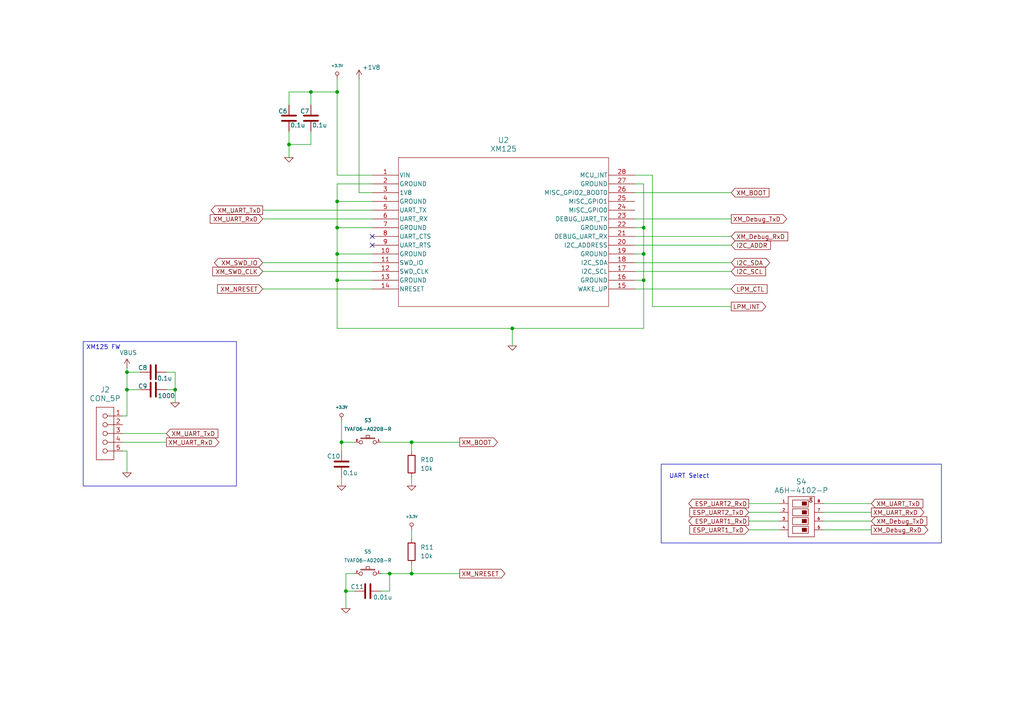
<source format=kicad_sch>
(kicad_sch (version 20250114) (generator "eeschema") (generator_version "9.0")
  (paper "A4")
  (title_block (title "XM125 Radr for MINTIA DC-H038Z") (date "2025-05-20") (rev "0") (company "ハートランド・データ株式会社"))
  (lib_symbols
    (symbol "Device:R" (pin_numbers (hide yes)) (pin_names (offset 0))
      (property "Reference" "R" (at 2.032 0 90))
      (property "Value" "R" (at 0 0 90))
      (symbol "R_0_1"
        (rectangle (start -1.016 -2.54) (end 1.016 2.54) (stroke (width 0.254)))
      )
      (symbol "R_1_1"
        (pin passive line (at 0 3.81 270) (length 1.27) (name "~") (number "1"))
        (pin passive line (at 0 -3.81 90) (length 1.27) (name "~") (number "2"))
      )
    )
    (symbol "HLDC_E1:+3.3V" (power) (pin_names (offset 0))
      (property "Value" "+3.3V" (at 0 2.794 0))
      (symbol "+3.3V_0_0"
        (pin power_in line (at 0 0 90) (length 0) (hide yes) (name "+3.3V") (number "1"))
      )
      (symbol "+3.3V_0_1"
        (circle (center 0 1.524) (radius 0.508))
        (polyline (pts (xy 0 0) (xy 0 1.016) (xy 0 1.016)))
      )
    )
    (symbol "HLDC_E1:C" (pin_numbers (hide yes)) (pin_names (offset 0.254))
      (property "Reference" "C" (at 0 2.54 0))
      (property "Value" "C" (at 0.1524 -2.159 0))
      (symbol "C_0_1"
        (polyline (pts (xy -2.032 0.762) (xy 2.032 0.762)) (stroke (width 0.508)))
        (polyline (pts (xy -2.032 -0.762) (xy 2.032 -0.762)) (stroke (width 0.508)))
      )
      (symbol "C_1_1"
        (pin passive line (at 0 3.81 270) (length 3.048) (name "~") (number "1"))
        (pin passive line (at 0 -3.81 90) (length 3.048) (name "~") (number "2"))
      )
    )
    (symbol "HLDC_E1:CON_5P" (pin_names (offset 1.016))
      (property "Reference" "J" (at 0 8.89 0))
      (property "Value" "CON_5P" (at 0 -8.89 0))
      (symbol "CON_5P_0_1"
        (rectangle (start -2.54 7.62) (end 2.54 -7.62))
        (circle (center 0 5.08) (radius 0.635))
        (circle (center 0 2.54) (radius 0.635))
        (circle (center 0 0) (radius 0.635))
        (circle (center 0 -2.54) (radius 0.635))
        (circle (center 0 -5.08) (radius 0.635))
        (polyline (pts (xy 2.54 5.08) (xy 0.635 5.08)))
        (polyline (pts (xy 2.54 2.54) (xy 0.635 2.54)))
        (polyline (pts (xy 2.54 0) (xy 0.635 0)))
        (polyline (pts (xy 2.54 -2.54) (xy 0.635 -2.54)))
        (polyline (pts (xy 2.54 -5.08) (xy 0.635 -5.08)))
      )
      (symbol "CON_5P_1_1"
        (pin bidirectional line (at 5.08 5.08 180) (length 2.54) (name "~") (number "1"))
        (pin bidirectional line (at 5.08 2.54 180) (length 2.54) (name "~") (number "2"))
        (pin bidirectional line (at 5.08 0 180) (length 2.54) (name "~") (number "3"))
        (pin bidirectional line (at 5.08 -2.54 180) (length 2.54) (name "~") (number "4"))
        (pin bidirectional line (at 5.08 -5.08 180) (length 2.54) (name "~") (number "5"))
      )
    )
    (symbol "HLDC_E1:DIP_4P" (pin_names (offset 1.016))
      (property "Reference" "S" (at -4.318 0 90))
      (property "Value" "DIP_4P" (at 9.652 0 90))
      (symbol "DIP_4P_0_1"
        (rectangle (start -3.302 3.81) (end 8.382 -3.81))
        (rectangle (start -2.286 2.032) (end -0.254 -2.54))
        (rectangle (start -1.778 1.524) (end -0.762 0.254) (fill (type outline)))
        (rectangle (start 0.254 2.032) (end 2.286 -2.54))
        (rectangle (start 0.762 1.524) (end 1.778 0.254) (fill (type outline)))
        (rectangle (start 2.794 2.032) (end 4.826 -2.54))
        (rectangle (start 3.302 1.524) (end 4.318 0.254) (fill (type outline)))
        (rectangle (start 5.334 2.032) (end 7.366 -2.54))
        (rectangle (start 5.842 1.524) (end 6.858 0.254) (fill (type outline)))
      )
      (symbol "DIP_4P_1_1"
        (text "ON" (at -2.286 2.794 0) (effects (font (size 0.762 0.762))))
        (pin passive line (at -1.27 6.35 270) (length 2.54) (name "~") (number "8"))
        (pin passive line (at -1.27 -6.35 90) (length 2.54) (name "~") (number "1"))
        (pin passive line (at 1.27 6.35 270) (length 2.54) (name "~") (number "7"))
        (pin passive line (at 1.27 -6.35 90) (length 2.54) (name "~") (number "2"))
        (pin passive line (at 3.81 6.35 270) (length 2.54) (name "~") (number "6"))
        (pin passive line (at 3.81 -6.35 90) (length 2.54) (name "~") (number "3"))
        (pin passive line (at 6.35 6.35 270) (length 2.54) (name "~") (number "5"))
        (pin passive line (at 6.35 -6.35 90) (length 2.54) (name "~") (number "4"))
      )
    )
    (symbol "HLDC_E1:GND" (power) (pin_names (offset 0))
      (symbol "GND_0_1"
        (polyline (pts (xy -1.27 0) (xy 0 -1.27) (xy 1.27 0) (xy -1.27 0)))
      )
      (symbol "GND_1_1"
        (pin power_in line (at 0 0 90) (length 0) (hide yes) (name "GND") (number "1"))
      )
    )
    (symbol "HLDC_E1:SW_2P" (pin_names (offset 1.016))
      (property "Reference" "S" (at 0 2.794 0))
      (property "Value" "SW_2P" (at 0 -1.905 0))
      (symbol "SW_2P_0_1"
        (circle (center -2.032 0) (radius 0.508))
        (rectangle (start -0.508 1.27) (end 0.508 2.032))
        (rectangle (start 2.032 1.016) (end -2.032 1.27))
        (circle (center 2.032 0) (radius 0.508))
      )
      (symbol "SW_2P_1_1"
        (pin bidirectional line (at -3.81 0 0) (length 1.27) (name "~") (number "1"))
        (pin bidirectional line (at 3.81 0 180) (length 1.27) (name "~") (number "2"))
      )
    )
    (symbol "HLDC_E1:XM125" (pin_names (offset 0.254))
      (property "Reference" "U" (at 38.1 10.16 0))
      (property "Value" "XM125" (at 38.1 7.62 0))
      (symbol "XM125_0_1"
        (polyline (pts (xy 7.62 5.08) (xy 7.62 -38.1)) (stroke (width 0.127)))
        (polyline (pts (xy 7.62 -38.1) (xy 68.58 -38.1)) (stroke (width 0.127)))
        (polyline (pts (xy 68.58 5.08) (xy 7.62 5.08)) (stroke (width 0.127)))
        (polyline (pts (xy 68.58 -38.1) (xy 68.58 5.08)) (stroke (width 0.127)))
        (pin power_in line (at 0 0 0) (length 7.62) (name "VIN") (number "1"))
        (pin power_out line (at 0 -2.54 0) (length 7.62) (name "GROUND") (number "2"))
        (pin power_in line (at 0 -5.08 0) (length 7.62) (name "1V8") (number "3"))
        (pin power_out line (at 0 -7.62 0) (length 7.62) (name "GROUND") (number "4"))
        (pin unspecified line (at 0 -10.16 0) (length 7.62) (name "UART_TX") (number "5"))
        (pin unspecified line (at 0 -12.7 0) (length 7.62) (name "UART_RX") (number "6"))
        (pin power_out line (at 0 -15.24 0) (length 7.62) (name "GROUND") (number "7"))
        (pin unspecified line (at 0 -17.78 0) (length 7.62) (name "UART_CTS") (number "8"))
        (pin unspecified line (at 0 -20.32 0) (length 7.62) (name "UART_RTS") (number "9"))
        (pin power_out line (at 0 -22.86 0) (length 7.62) (name "GROUND") (number "10"))
        (pin unspecified line (at 0 -25.4 0) (length 7.62) (name "SWD_IO") (number "11"))
        (pin unspecified line (at 0 -27.94 0) (length 7.62) (name "SWD_CLK") (number "12"))
        (pin power_out line (at 0 -30.48 0) (length 7.62) (name "GROUND") (number "13"))
        (pin unspecified line (at 0 -33.02 0) (length 7.62) (name "NRESET") (number "14"))
        (pin unspecified line (at 76.2 0 180) (length 7.62) (name "MCU_INT") (number "28"))
        (pin power_out line (at 76.2 -2.54 180) (length 7.62) (name "GROUND") (number "27"))
        (pin bidirectional line (at 76.2 -5.08 180) (length 7.62) (name "MISC_GPIO2_BOOT0") (number "26"))
        (pin bidirectional line (at 76.2 -7.62 180) (length 7.62) (name "MISC_GPIO1") (number "25"))
        (pin bidirectional line (at 76.2 -10.16 180) (length 7.62) (name "MISC_GPIO0") (number "24"))
        (pin unspecified line (at 76.2 -12.7 180) (length 7.62) (name "DEBUG_UART_TX") (number "23"))
        (pin power_out line (at 76.2 -15.24 180) (length 7.62) (name "GROUND") (number "22"))
        (pin unspecified line (at 76.2 -17.78 180) (length 7.62) (name "DEBUG_UART_RX") (number "21"))
        (pin unspecified line (at 76.2 -20.32 180) (length 7.62) (name "I2C_ADDRESS") (number "20"))
        (pin power_out line (at 76.2 -22.86 180) (length 7.62) (name "GROUND") (number "19"))
        (pin unspecified line (at 76.2 -25.4 180) (length 7.62) (name "I2C_SDA") (number "18"))
        (pin unspecified line (at 76.2 -27.94 180) (length 7.62) (name "I2C_SCL") (number "17"))
        (pin power_out line (at 76.2 -30.48 180) (length 7.62) (name "GROUND") (number "16"))
        (pin unspecified line (at 76.2 -33.02 180) (length 7.62) (name "WAKE_UP") (number "15"))
      )
    )
    (symbol "power:+1V8" (power) (pin_numbers (hide yes)) (pin_names (offset 0) (hide yes))
      (property "Value" "+1V8" (at 0 3.556 0))
      (symbol "+1V8_0_1"
        (polyline (pts (xy -0.762 1.27) (xy 0 2.54)))
        (polyline (pts (xy 0 2.54) (xy 0.762 1.27)))
        (polyline (pts (xy 0 0) (xy 0 2.54)))
      )
      (symbol "+1V8_1_1"
        (pin power_in line (at 0 0 90) (length 0) (name "~") (number "1"))
      )
    )
    (symbol "power:VCC" (power) (pin_numbers (hide yes)) (pin_names (offset 0) (hide yes))
      (property "Value" "VCC" (at 0 3.556 0))
      (symbol "VCC_0_1"
        (polyline (pts (xy -0.762 1.27) (xy 0 2.54)))
        (polyline (pts (xy 0 2.54) (xy 0.762 1.27)))
        (polyline (pts (xy 0 0) (xy 0 2.54)))
      )
      (symbol "VCC_1_1"
        (pin power_in line (at 0 0 90) (length 0) (name "~") (number "1"))
      )
    )
  )
  (rectangle (start 191.77 134.62) (end 273.05 157.48))
  (rectangle (start 24.13 99.06) (end 68.58 140.97))
  (text "UART Select" (at 199.898 138.176 0) (effects (font (size 1.27 1.27))))
  (text "XM125 FW" (at 29.972 100.838 0) (effects (font (size 1.27 1.27))))
  (junction (at 90.17 26.67))
  (junction (at 36.83 107.95))
  (junction (at 186.69 73.66))
  (junction (at 113.03 166.37))
  (junction (at 119.38 128.27))
  (junction (at 97.79 26.67))
  (junction (at 148.59 95.25))
  (junction (at 97.79 81.28))
  (junction (at 50.8 113.03))
  (junction (at 100.33 171.45))
  (junction (at 36.83 113.03))
  (junction (at 83.82 41.91))
  (junction (at 186.69 81.28))
  (junction (at 119.38 166.37))
  (junction (at 97.79 73.66))
  (junction (at 99.06 128.27))
  (junction (at 97.79 66.04))
  (junction (at 186.69 66.04))
  (junction (at 97.79 58.42))
  (no_connect (at 107.95 71.12))
  (no_connect (at 107.95 68.58))
  (wire (pts (xy 119.38 153.67) (xy 119.38 156.21)))
  (wire (pts (xy 184.15 83.82) (xy 212.09 83.82)))
  (wire (pts (xy 99.06 128.27) (xy 102.87 128.27)))
  (wire (pts (xy 97.79 73.66) (xy 97.79 81.28)))
  (wire (pts (xy 36.83 106.68) (xy 36.83 107.95)))
  (wire (pts (xy 97.79 73.66) (xy 107.95 73.66)))
  (wire (pts (xy 100.33 166.37) (xy 102.87 166.37)))
  (wire (pts (xy 184.15 73.66) (xy 186.69 73.66)))
  (wire (pts (xy 99.06 128.27) (xy 99.06 130.81)))
  (wire (pts (xy 100.33 171.45) (xy 100.33 166.37)))
  (wire (pts (xy 99.06 138.43) (xy 99.06 140.97)))
  (wire (pts (xy 35.56 128.27) (xy 48.26 128.27)))
  (wire (pts (xy 76.2 78.74) (xy 107.95 78.74)))
  (wire (pts (xy 83.82 26.67) (xy 90.17 26.67)))
  (wire (pts (xy 83.82 26.67) (xy 83.82 30.48)))
  (wire (pts (xy 97.79 58.42) (xy 107.95 58.42)))
  (wire (pts (xy 50.8 116.84) (xy 50.8 113.03)))
  (wire (pts (xy 184.15 66.04) (xy 186.69 66.04)))
  (wire (pts (xy 76.2 63.5) (xy 107.95 63.5)))
  (wire (pts (xy 90.17 38.1) (xy 90.17 41.91)))
  (wire (pts (xy 189.23 50.8) (xy 189.23 88.9)))
  (wire (pts (xy 186.69 73.66) (xy 186.69 81.28)))
  (wire (pts (xy 76.2 76.2) (xy 107.95 76.2)))
  (wire (pts (xy 36.83 130.81) (xy 36.83 137.16)))
  (wire (pts (xy 50.8 107.95) (xy 48.26 107.95)))
  (wire (pts (xy 100.33 176.53) (xy 100.33 171.45)))
  (wire (pts (xy 184.15 68.58) (xy 212.09 68.58)))
  (wire (pts (xy 97.79 53.34) (xy 97.79 58.42)))
  (wire (pts (xy 238.76 151.13) (xy 252.73 151.13)))
  (wire (pts (xy 104.14 55.88) (xy 107.95 55.88)))
  (wire (pts (xy 97.79 81.28) (xy 107.95 81.28)))
  (wire (pts (xy 110.49 166.37) (xy 113.03 166.37)))
  (wire (pts (xy 184.15 78.74) (xy 212.09 78.74)))
  (wire (pts (xy 97.79 58.42) (xy 97.79 66.04)))
  (wire (pts (xy 90.17 26.67) (xy 97.79 26.67)))
  (wire (pts (xy 238.76 148.59) (xy 252.73 148.59)))
  (wire (pts (xy 184.15 50.8) (xy 189.23 50.8)))
  (wire (pts (xy 184.15 71.12) (xy 212.09 71.12)))
  (wire (pts (xy 184.15 63.5) (xy 212.09 63.5)))
  (wire (pts (xy 119.38 128.27) (xy 133.35 128.27)))
  (wire (pts (xy 217.17 146.05) (xy 226.06 146.05)))
  (wire (pts (xy 50.8 113.03) (xy 50.8 107.95)))
  (wire (pts (xy 35.56 130.81) (xy 36.83 130.81)))
  (wire (pts (xy 97.79 66.04) (xy 107.95 66.04)))
  (wire (pts (xy 100.33 171.45) (xy 102.87 171.45)))
  (wire (pts (xy 189.23 88.9) (xy 212.09 88.9)))
  (wire (pts (xy 97.79 26.67) (xy 97.79 50.8)))
  (wire (pts (xy 184.15 53.34) (xy 186.69 53.34)))
  (wire (pts (xy 113.03 171.45) (xy 113.03 166.37)))
  (wire (pts (xy 76.2 83.82) (xy 107.95 83.82)))
  (wire (pts (xy 186.69 66.04) (xy 186.69 73.66)))
  (wire (pts (xy 36.83 120.65) (xy 35.56 120.65)))
  (wire (pts (xy 35.56 125.73) (xy 48.26 125.73)))
  (wire (pts (xy 110.49 128.27) (xy 119.38 128.27)))
  (wire (pts (xy 83.82 38.1) (xy 83.82 41.91)))
  (wire (pts (xy 36.83 113.03) (xy 40.64 113.03)))
  (wire (pts (xy 48.26 113.03) (xy 50.8 113.03)))
  (wire (pts (xy 238.76 153.67) (xy 252.73 153.67)))
  (wire (pts (xy 76.2 60.96) (xy 107.95 60.96)))
  (wire (pts (xy 97.79 66.04) (xy 97.79 73.66)))
  (wire (pts (xy 113.03 166.37) (xy 119.38 166.37)))
  (wire (pts (xy 186.69 95.25) (xy 148.59 95.25)))
  (wire (pts (xy 186.69 81.28) (xy 186.69 95.25)))
  (wire (pts (xy 99.06 121.92) (xy 99.06 128.27)))
  (wire (pts (xy 217.17 151.13) (xy 226.06 151.13)))
  (wire (pts (xy 184.15 76.2) (xy 212.09 76.2)))
  (wire (pts (xy 36.83 113.03) (xy 36.83 120.65)))
  (wire (pts (xy 107.95 50.8) (xy 97.79 50.8)))
  (wire (pts (xy 83.82 41.91) (xy 83.82 45.72)))
  (wire (pts (xy 186.69 53.34) (xy 186.69 66.04)))
  (wire (pts (xy 119.38 128.27) (xy 119.38 130.81)))
  (wire (pts (xy 119.38 163.83) (xy 119.38 166.37)))
  (wire (pts (xy 217.17 153.67) (xy 226.06 153.67)))
  (wire (pts (xy 97.79 95.25) (xy 148.59 95.25)))
  (wire (pts (xy 90.17 41.91) (xy 83.82 41.91)))
  (wire (pts (xy 184.15 81.28) (xy 186.69 81.28)))
  (wire (pts (xy 119.38 166.37) (xy 133.35 166.37)))
  (wire (pts (xy 104.14 22.86) (xy 104.14 55.88)))
  (wire (pts (xy 119.38 138.43) (xy 119.38 140.97)))
  (wire (pts (xy 90.17 26.67) (xy 90.17 30.48)))
  (wire (pts (xy 184.15 55.88) (xy 212.09 55.88)))
  (wire (pts (xy 107.95 53.34) (xy 97.79 53.34)))
  (wire (pts (xy 36.83 107.95) (xy 40.64 107.95)))
  (wire (pts (xy 217.17 148.59) (xy 226.06 148.59)))
  (wire (pts (xy 97.79 22.86) (xy 97.79 26.67)))
  (wire (pts (xy 110.49 171.45) (xy 113.03 171.45)))
  (wire (pts (xy 148.59 95.25) (xy 148.59 100.33)))
  (wire (pts (xy 238.76 146.05) (xy 252.73 146.05)))
  (wire (pts (xy 36.83 107.95) (xy 36.83 113.03)))
  (wire (pts (xy 97.79 81.28) (xy 97.79 95.25)))
  (global_label "XM_SWD_CLK" (shape input) (at 76.2 78.74 180) (property "Intersheetrefs" "${INTERSHEET_REFS}" (effects (hide yes))))
  (global_label "XM_UART_TxD" (shape output) (at 76.2 60.96 180) (property "Intersheetrefs" "${INTERSHEET_REFS}" (effects (hide yes))))
  (global_label "I2C_SCL" (shape input) (at 212.09 78.74 0) (property "Intersheetrefs" "${INTERSHEET_REFS}" (effects (hide yes))))
  (global_label "XM_SWD_IO" (shape bidirectional) (at 76.2 76.2 180) (property "Intersheetrefs" "${INTERSHEET_REFS}" (effects (hide yes))))
  (global_label "XM_Debug_RxD" (shape output) (at 252.73 153.67 0) (property "Intersheetrefs" "${INTERSHEET_REFS}" (effects (hide yes))))
  (global_label "ESP_UART1_TxD" (shape input) (at 217.17 153.67 180) (property "Intersheetrefs" "${INTERSHEET_REFS}" (effects (hide yes))))
  (global_label "XM_NRESET" (shape output) (at 133.35 166.37 0) (property "Intersheetrefs" "${INTERSHEET_REFS}" (effects (hide yes))))
  (global_label "XM_UART_TxD" (shape input) (at 48.26 125.73 0) (property "Intersheetrefs" "${INTERSHEET_REFS}" (effects (hide yes))))
  (global_label "ESP_UART1_RxD" (shape output) (at 217.17 151.13 180) (property "Intersheetrefs" "${INTERSHEET_REFS}" (effects (hide yes))))
  (global_label "XM_BOOT" (shape output) (at 133.35 128.27 0) (property "Intersheetrefs" "${INTERSHEET_REFS}" (effects (hide yes))))
  (global_label "LPM_INT" (shape output) (at 212.09 88.9 0) (property "Intersheetrefs" "${INTERSHEET_REFS}" (effects (hide yes))))
  (global_label "XM_UART_RxD" (shape input) (at 76.2 63.5 180) (property "Intersheetrefs" "${INTERSHEET_REFS}" (effects (hide yes))))
  (global_label "XM_UART_TxD" (shape input) (at 252.73 146.05 0) (property "Intersheetrefs" "${INTERSHEET_REFS}" (effects (hide yes))))
  (global_label "I2C_ADDR" (shape input) (at 212.09 71.12 0) (property "Intersheetrefs" "${INTERSHEET_REFS}" (effects (hide yes))))
  (global_label "I2C_SDA" (shape bidirectional) (at 212.09 76.2 0) (property "Intersheetrefs" "${INTERSHEET_REFS}" (effects (hide yes))))
  (global_label "XM_BOOT" (shape input) (at 212.09 55.88 0) (property "Intersheetrefs" "${INTERSHEET_REFS}" (effects (hide yes))))
  (global_label "XM_UART_RxD" (shape output) (at 252.73 148.59 0) (property "Intersheetrefs" "${INTERSHEET_REFS}" (effects (hide yes))))
  (global_label "XM_NRESET" (shape input) (at 76.2 83.82 180) (property "Intersheetrefs" "${INTERSHEET_REFS}" (effects (hide yes))))
  (global_label "LPM_CTL" (shape input) (at 212.09 83.82 0) (property "Intersheetrefs" "${INTERSHEET_REFS}" (effects (hide yes))))
  (global_label "XM_Debug_TxD" (shape output) (at 212.09 63.5 0) (property "Intersheetrefs" "${INTERSHEET_REFS}" (effects (hide yes))))
  (global_label "XM_Debug_RxD" (shape input) (at 212.09 68.58 0) (property "Intersheetrefs" "${INTERSHEET_REFS}" (effects (hide yes))))
  (global_label "XM_Debug_TxD" (shape input) (at 252.73 151.13 0) (property "Intersheetrefs" "${INTERSHEET_REFS}" (effects (hide yes))))
  (global_label "ESP_UART2_RxD" (shape output) (at 217.17 146.05 180) (property "Intersheetrefs" "${INTERSHEET_REFS}" (effects (hide yes))))
  (global_label "XM_UART_RxD" (shape output) (at 48.26 128.27 0) (property "Intersheetrefs" "${INTERSHEET_REFS}" (effects (hide yes))))
  (global_label "ESP_UART2_TxD" (shape input) (at 217.17 148.59 180) (property "Intersheetrefs" "${INTERSHEET_REFS}" (effects (hide yes))))
  (symbol (lib_id "HLDC_E1:+3.3V") (at 119.38 153.67 0) (unit 1)
    (property "Reference" "#PWR023" (effects (hide yes)))
    (property "Value" "+3.3V" (at 119.38 149.86 0) (effects (font (size 0.762 0.762))))
  )
  (symbol (lib_id "power:VCC") (at 36.83 106.68 0) (unit 1)
    (property "Reference" "#PWR017" (effects (hide yes)))
    (property "Value" "VBUS" (at 37.211 102.2858 0))
  )
  (symbol (lib_id "HLDC_E1:C") (at 99.06 134.62 0) (unit 1)
    (property "Reference" "C10" (at 96.774 132.334 0))
    (property "Value" "0.1u" (at 101.6 137.16 0))
    (property "Footprint" "HLDC_E1:C_0603_1608Metric" (effects (hide yes)))
    (property "Description" "Unpolarized capacitor" (effects (hide yes)))
    (property "CLASSIFICATION" "CA" (effects (hide yes)))
    (property "DESCRIPTION" "CAPACITOR" (effects (hide yes)))
    (property "MAKER" "Murata" (effects (hide yes)))
    (property "PARTNUMBER" "GRM188R72A104MA35" (effects (hide yes)))
    (property "REMARKS" "50VDC" (effects (hide yes)))
  )
  (symbol (lib_id "HLDC_E1:GND") (at 83.82 45.72 0) (unit 1)
    (property "Reference" "#PWR015" (effects (hide yes)))
    (property "Value" "GND" (effects (hide yes)))
  )
  (symbol (lib_id "HLDC_E1:C") (at 44.45 107.95 270) (unit 1)
    (property "Reference" "C8" (at 41.402 106.68 90))
    (property "Value" "0.1u" (at 47.752 109.728 90))
    (property "Footprint" "HLDC_E1:C_0603_1608Metric" (effects (hide yes)))
    (property "Description" "Unpolarized capacitor" (effects (hide yes)))
    (property "CLASSIFICATION" "CA" (effects (hide yes)))
    (property "DESCRIPTION" "CAPACITOR" (effects (hide yes)))
    (property "MAKER" "Murata" (effects (hide yes)))
    (property "PARTNUMBER" "GRM188R72A104MA35" (effects (hide yes)))
    (property "REMARKS" "50VDC" (effects (hide yes)))
  )
  (symbol (lib_id "HLDC_E1:GND") (at 100.33 176.53 0) (unit 1)
    (property "Reference" "#PWR024" (effects (hide yes)))
    (property "Value" "GND" (effects (hide yes)))
  )
  (symbol (lib_id "Device:R") (at 119.38 160.02 0) (unit 1)
    (property "Reference" "R11" (at 121.92 158.7499 0) (effects (justify left)))
    (property "Value" "10k" (at 121.92 161.2899 0) (effects (justify left)))
    (property "Footprint" "HLDC_E1:R_0603_1608Metric" (effects (hide yes)))
    (property "Description" "Resistor" (effects (hide yes)))
    (property "CLASSIFICATION" "CA" (effects (hide yes)))
    (property "DESCRIPTION" "RESISTER" (effects (hide yes)))
    (property "MAKER" "Panasonic" (effects (hide yes)))
    (property "PARTNUMBER" "ERJ3GEYJ103V" (effects (hide yes)))
  )
  (symbol (lib_id "HLDC_E1:+3.3V") (at 97.79 22.86 0) (unit 1)
    (property "Reference" "#PWR013" (effects (hide yes)))
    (property "Value" "+3.3V" (at 97.79 19.05 0) (effects (font (size 0.762 0.762))))
  )
  (symbol (lib_id "HLDC_E1:C") (at 83.82 34.29 0) (unit 1)
    (property "Reference" "C6" (at 82.042 32.258 0))
    (property "Value" "0.1u" (at 86.36 36.322 0))
    (property "Footprint" "HLDC_E1:C_0603_1608Metric" (effects (hide yes)))
    (property "Description" "Unpolarized capacitor" (effects (hide yes)))
    (property "CLASSIFICATION" "CA" (effects (hide yes)))
    (property "DESCRIPTION" "CAPACITOR" (effects (hide yes)))
    (property "MAKER" "Murata" (effects (hide yes)))
    (property "PARTNUMBER" "GRM188R72A104MA35" (effects (hide yes)))
    (property "REMARKS" "50VDC" (effects (hide yes)))
  )
  (symbol (lib_id "HLDC_E1:DIP_4P") (at 232.41 147.32 270) (unit 1)
    (property "Reference" "S4" (at 232.41 139.7 90) (effects (font (size 1.524 1.524))))
    (property "Value" "A6H-4102-P" (at 232.41 142.24 90) (effects (font (size 1.524 1.524))))
    (property "Footprint" "HLDC_E1:SOIC127P812X230-8N" (effects (hide yes)))
    (property "CLASSIFICATION" "CA" (effects (hide yes)))
    (property "MAKER" "OMRON" (effects (hide yes)))
    (property "PARTNUMBER" "A6H-4102-P" (effects (hide yes)))
    (property "REMARKS" " " (effects (hide yes)))
    (property "DESCRIPTION" "DIP SW" (effects (hide yes)))
  )
  (symbol (lib_id "HLDC_E1:GND") (at 99.06 140.97 0) (unit 1)
    (property "Reference" "#PWR021" (effects (hide yes)))
    (property "Value" "GND" (effects (hide yes)))
  )
  (symbol (lib_id "power:+1V8") (at 104.14 22.86 0) (unit 1)
    (property "Reference" "#PWR014" (effects (hide yes)))
    (property "Value" "+1V8" (at 107.696 19.558 0))
    (property "Description" "Power symbol creates a global label with name \"+1V8\"" (effects (hide yes)))
  )
  (symbol (lib_id "HLDC_E1:C") (at 90.17 34.29 0) (unit 1)
    (property "Reference" "C7" (at 88.392 32.258 0))
    (property "Value" "0.1u" (at 92.71 36.322 0))
    (property "Footprint" "HLDC_E1:C_0603_1608Metric" (effects (hide yes)))
    (property "Description" "Unpolarized capacitor" (effects (hide yes)))
    (property "CLASSIFICATION" "CA" (effects (hide yes)))
    (property "DESCRIPTION" "CAPACITOR" (effects (hide yes)))
    (property "MAKER" "Murata" (effects (hide yes)))
    (property "PARTNUMBER" "GRM188R72A104MA35" (effects (hide yes)))
    (property "REMARKS" "50VDC" (effects (hide yes)))
  )
  (symbol (lib_id "HLDC_E1:GND") (at 36.83 137.16 0) (unit 1)
    (property "Reference" "#PWR020" (effects (hide yes)))
    (property "Value" "GND" (effects (hide yes)))
  )
  (symbol (lib_id "HLDC_E1:CON_5P") (at 30.48 125.73 0) (unit 1)
    (property "Reference" "J2" (at 30.48 113.03 0) (effects (font (size 1.524 1.524))))
    (property "Value" "CON_5P" (at 30.48 115.57 0) (effects (font (size 1.524 1.524))))
    (property "Footprint" "HLDC-E2:CONN_S5B-ZR_JST" (effects (hide yes)))
    (property "CLASSIFICATION" "PA" (effects (hide yes)))
    (property "MAKER" "JST" (effects (hide yes)))
    (property "PARTNUMBER" "S5B-ZR" (effects (hide yes)))
    (property "REMARKS" " " (effects (hide yes)))
    (property "DESCRIPTION" "Connector (5p)" (effects (hide yes)))
  )
  (symbol (lib_id "HLDC_E1:SW_2P") (at 106.68 166.37 0) (mirror y) (unit 1)
    (property "Reference" "S5" (at 106.68 160.02 0) (effects (font (size 1.016 1.016))))
    (property "Value" "TVAF06-A020B-R" (at 106.68 162.56 0) (effects (font (size 1.016 1.016))))
    (property "Footprint" "HLDC_E1:TVAF06A020BR" (effects (hide yes)))
    (property "CLASSIFICATION" "CA" (effects (hide yes)))
    (property "MAKER" "Zhejiang Jianfu Electronics" (effects (hide yes)))
    (property "PARTNUMBER" "TVAF06-A020B-R" (effects (hide yes)))
    (property "REMARKS" " " (effects (hide yes)))
    (property "DESCRIPTION" "Tact SW" (effects (hide yes)))
  )
  (symbol (lib_id "HLDC_E1:GND") (at 50.8 116.84 0) (unit 1)
    (property "Reference" "#PWR018" (effects (hide yes)))
    (property "Value" "GND" (effects (hide yes)))
  )
  (symbol (lib_id "HLDC_E1:+3.3V") (at 99.06 121.92 0) (unit 1)
    (property "Reference" "#PWR019" (effects (hide yes)))
    (property "Value" "+3.3V" (at 99.06 118.11 0) (effects (font (size 0.762 0.762))))
  )
  (symbol (lib_id "HLDC_E1:C") (at 106.68 171.45 270) (unit 1)
    (property "Reference" "C11" (at 103.632 170.18 90))
    (property "Value" "0.01u" (at 110.998 173.228 90))
    (property "Footprint" "HLDC_E1:C_0603_1608Metric" (effects (hide yes)))
    (property "Description" "Unpolarized capacitor" (effects (hide yes)))
    (property "CLASSIFICATION" "CA" (effects (hide yes)))
    (property "DESCRIPTION" "CAPACITOR" (effects (hide yes)))
    (property "MAKER" "Murata" (effects (hide yes)))
    (property "PARTNUMBER" "GRM1882C1H103JA01" (effects (hide yes)))
    (property "REMARKS" "50VDC" (effects (hide yes)))
  )
  (symbol (lib_id "Device:R") (at 119.38 134.62 0) (unit 1)
    (property "Reference" "R10" (at 121.92 133.3499 0) (effects (justify left)))
    (property "Value" "10k" (at 121.92 135.8899 0) (effects (justify left)))
    (property "Footprint" "HLDC_E1:R_0603_1608Metric" (effects (hide yes)))
    (property "Description" "Resistor" (effects (hide yes)))
    (property "CLASSIFICATION" "CA" (effects (hide yes)))
    (property "DESCRIPTION" "RESISTER" (effects (hide yes)))
    (property "MAKER" "Panasonic" (effects (hide yes)))
    (property "PARTNUMBER" "ERJ3GEYJ103V" (effects (hide yes)))
  )
  (symbol (lib_id "HLDC_E1:GND") (at 148.59 100.33 0) (unit 1)
    (property "Reference" "#PWR016" (effects (hide yes)))
    (property "Value" "GND" (effects (hide yes)))
  )
  (symbol (lib_id "HLDC_E1:GND") (at 119.38 140.97 0) (unit 1)
    (property "Reference" "#PWR022" (effects (hide yes)))
    (property "Value" "GND" (effects (hide yes)))
  )
  (symbol (lib_id "HLDC_E1:C") (at 44.45 113.03 270) (unit 1)
    (property "Reference" "C9" (at 41.402 112.014 90))
    (property "Value" "1000" (at 48.26 114.808 90))
    (property "Footprint" "HLDC_E1:C_0603_1608Metric" (effects (hide yes)))
    (property "Description" "Unpolarized capacitor" (effects (hide yes)))
    (property "CLASSIFICATION" "CA" (effects (hide yes)))
    (property "DESCRIPTION" "CAPACITOR" (effects (hide yes)))
    (property "MAKER" "Murata" (effects (hide yes)))
    (property "PARTNUMBER" "GRM1882C1H102JA01" (effects (hide yes)))
    (property "REMARKS" "50VDC" (effects (hide yes)))
  )
  (symbol (lib_id "HLDC_E1:SW_2P") (at 106.68 128.27 0) (mirror y) (unit 1)
    (property "Reference" "S3" (at 106.68 121.92 0) (effects (font (size 1.016 1.016))))
    (property "Value" "TVAF06-A020B-R" (at 106.68 124.46 0) (effects (font (size 1.016 1.016))))
    (property "Footprint" "HLDC_E1:TVAF06A020BR" (effects (hide yes)))
    (property "CLASSIFICATION" "CA" (effects (hide yes)))
    (property "MAKER" "Zhejiang Jianfu Electronics" (effects (hide yes)))
    (property "PARTNUMBER" "TVAF06-A020B-R" (effects (hide yes)))
    (property "REMARKS" " " (effects (hide yes)))
    (property "DESCRIPTION" "Tact SW" (effects (hide yes)))
  )
  (symbol (lib_id "HLDC_E1:XM125") (at 107.95 50.8 0) (unit 1)
    (property "Reference" "U2" (at 146.05 40.64 0) (effects (font (size 1.524 1.524))))
    (property "Value" "XM125" (at 146.05 43.18 0) (effects (font (size 1.524 1.524))))
    (property "Footprint" "HLDC-E2:XM125_ACC" (effects (hide yes)))
    (property "CLASSIFICATION" "CA" (effects (hide yes)))
    (property "PARTNUMBER" "XM125" (effects (hide yes)))
    (property "MAKER" "Acconeer" (effects (hide yes)))
    (property "DESCRIPTION" "Radar Module" (effects (hide yes)))
  )
)
</source>
